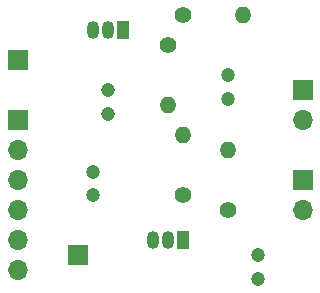
<source format=gbr>
%TF.GenerationSoftware,KiCad,Pcbnew,(5.1.12)-1*%
%TF.CreationDate,2021-11-26T11:14:42+00:00*%
%TF.ProjectId,pepega v.01,70657065-6761-4207-962e-30312e6b6963,rev?*%
%TF.SameCoordinates,Original*%
%TF.FileFunction,Copper,L2,Bot*%
%TF.FilePolarity,Positive*%
%FSLAX46Y46*%
G04 Gerber Fmt 4.6, Leading zero omitted, Abs format (unit mm)*
G04 Created by KiCad (PCBNEW (5.1.12)-1) date 2021-11-26 11:14:42*
%MOMM*%
%LPD*%
G01*
G04 APERTURE LIST*
%TA.AperFunction,ComponentPad*%
%ADD10R,1.050000X1.500000*%
%TD*%
%TA.AperFunction,ComponentPad*%
%ADD11O,1.050000X1.500000*%
%TD*%
%TA.AperFunction,ComponentPad*%
%ADD12O,1.400000X1.400000*%
%TD*%
%TA.AperFunction,ComponentPad*%
%ADD13C,1.400000*%
%TD*%
%TA.AperFunction,ComponentPad*%
%ADD14O,1.700000X1.700000*%
%TD*%
%TA.AperFunction,ComponentPad*%
%ADD15R,1.700000X1.700000*%
%TD*%
%TA.AperFunction,ComponentPad*%
%ADD16C,1.200000*%
%TD*%
G04 APERTURE END LIST*
D10*
%TO.P,U2,1*%
%TO.N,Net-(R3-Pad1)*%
X60960000Y-81280000D03*
D11*
%TO.P,U2,3*%
%TO.N,+5F*%
X58420000Y-81280000D03*
%TO.P,U2,2*%
%TO.N,Net-(R3-Pad1)*%
X59690000Y-81280000D03*
%TD*%
D12*
%TO.P,R1,2*%
%TO.N,GND*%
X59690000Y-69850000D03*
D13*
%TO.P,R1,1*%
%TO.N,Net-(R1-Pad1)*%
X59690000Y-64770000D03*
%TD*%
D10*
%TO.P,U1,1*%
%TO.N,Net-(R1-Pad1)*%
X55880000Y-63500000D03*
D11*
%TO.P,U1,3*%
%TO.N,+5V*%
X53340000Y-63500000D03*
%TO.P,U1,2*%
%TO.N,Net-(R1-Pad1)*%
X54610000Y-63500000D03*
%TD*%
D12*
%TO.P,R4,2*%
%TO.N,Net-(C4-Pad1)*%
X64770000Y-73660000D03*
D13*
%TO.P,R4,1*%
%TO.N,Net-(R3-Pad1)*%
X64770000Y-78740000D03*
%TD*%
D12*
%TO.P,R3,2*%
%TO.N,GND*%
X60960000Y-72390000D03*
D13*
%TO.P,R3,1*%
%TO.N,Net-(R3-Pad1)*%
X60960000Y-77470000D03*
%TD*%
D12*
%TO.P,R2,2*%
%TO.N,Net-(C2-Pad1)*%
X66040000Y-62230000D03*
D13*
%TO.P,R2,1*%
%TO.N,Net-(R1-Pad1)*%
X60960000Y-62230000D03*
%TD*%
D14*
%TO.P,J5,2*%
%TO.N,GND*%
X71120000Y-78740000D03*
D15*
%TO.P,J5,1*%
%TO.N,Net-(C4-Pad1)*%
X71120000Y-76200000D03*
%TD*%
%TO.P,J4,1*%
%TO.N,+5F*%
X52070000Y-82550000D03*
%TD*%
%TO.P,J3,1*%
%TO.N,+5V*%
X46990000Y-66040000D03*
%TD*%
D14*
%TO.P,J2,6*%
%TO.N,GND*%
X46990000Y-83820000D03*
%TO.P,J2,5*%
X46990000Y-81280000D03*
%TO.P,J2,4*%
X46990000Y-78740000D03*
%TO.P,J2,3*%
X46990000Y-76200000D03*
%TO.P,J2,2*%
X46990000Y-73660000D03*
D15*
%TO.P,J2,1*%
X46990000Y-71120000D03*
%TD*%
D14*
%TO.P,J1,2*%
%TO.N,GND*%
X71120000Y-71120000D03*
D15*
%TO.P,J1,1*%
%TO.N,Net-(C2-Pad1)*%
X71120000Y-68580000D03*
%TD*%
D16*
%TO.P,C4,2*%
%TO.N,GND*%
X67310000Y-84550000D03*
%TO.P,C4,1*%
%TO.N,Net-(C4-Pad1)*%
X67310000Y-82550000D03*
%TD*%
%TO.P,C3,2*%
%TO.N,GND*%
X53340000Y-75470000D03*
%TO.P,C3,1*%
%TO.N,+5F*%
X53340000Y-77470000D03*
%TD*%
%TO.P,C2,2*%
%TO.N,GND*%
X64770000Y-69310000D03*
%TO.P,C2,1*%
%TO.N,Net-(C2-Pad1)*%
X64770000Y-67310000D03*
%TD*%
%TO.P,C1,2*%
%TO.N,GND*%
X54610000Y-70580000D03*
%TO.P,C1,1*%
%TO.N,+5V*%
X54610000Y-68580000D03*
%TD*%
M02*

</source>
